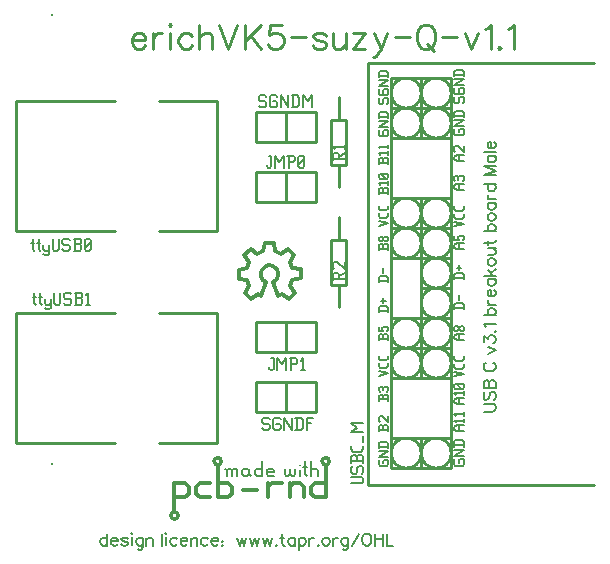
<source format=gto>
G04 start of page 2 for group 1 layer_idx 8 *
G04 Title: (unknown), top_silk *
G04 Creator: pcb-rnd 3.1.0-dev *
G04 CreationDate: 2023-01-29 01:50:48 UTC *
G04 For: tonia *
G04 Format: Gerber/RS-274X *
G04 PCB-Dimensions: 236220 236220 *
G04 PCB-Coordinate-Origin: lower left *
%MOIN*%
%FSLAX25Y25*%
%LNTOP_SILK_NONE_1*%
%ADD51C,0.0070*%
%ADD50C,0.0120*%
%ADD49C,0.0100*%
G54D49*X-79Y164291D02*X32913D01*
Y136772D02*X-79D01*
Y207598D02*Y164291D01*
Y136772D02*Y93465D01*
X32913Y207598D02*X-79D01*
Y93465D02*X32913D01*
X11811Y86614D03*
Y236221D03*
X134989Y95157D02*Y85169D01*
X145000Y85157D02*X125000D01*
X66850Y93465D02*X47677D01*
X80000Y103720D02*X100000D01*
X80000D02*Y113720D01*
X90000Y103720D02*Y113720D01*
X80000D02*X90000D01*
X100000D02*Y103720D01*
Y113720D02*X80000D01*
X125000Y115146D02*X145000D01*
X125000Y95169D02*X145000D01*
X66850Y164291D02*X47677D01*
Y207598D02*X66850D01*
X47677Y136772D02*X66850D01*
G54D50*X52731Y80215D02*X56331D01*
X52731D02*Y70615D01*
X56331Y75415D02*X52731D01*
X61131D02*X64731D01*
X57531Y79015D02*Y76615D01*
X59931Y79015D02*Y76615D01*
Y79015D02*X61131Y80215D01*
X59931Y76615D02*X61131Y75415D01*
X56331Y80215D02*X57531Y79015D01*
X56331Y75415D02*X57531Y76615D01*
X61131Y80215D02*X64731D01*
X67131Y86215D02*Y75415D01*
G54D49*X80000Y173720D02*Y183720D01*
Y193720D02*Y203720D01*
Y123720D02*Y133720D01*
X66850Y207598D02*Y164291D01*
Y136772D02*Y93465D01*
G54D50*X76159Y143497D02*X78229Y141463D01*
X77718Y145812D02*X76159Y143497D01*
X76866Y147819D02*X77718Y145812D01*
X74118Y148305D02*X76866Y147819D01*
X74093Y151208D02*X74118Y148305D01*
X76832Y151742D02*X74093Y151208D01*
X77648Y153764D02*X76832Y151742D01*
X76049Y156050D02*X77648Y153764D01*
X78084Y158121D02*X76049Y156050D01*
X67131Y75415D02*X70731D01*
X71931Y76615D02*Y79015D01*
Y76615D02*X70731Y75415D01*
Y80215D02*X67131D01*
X70731D02*X71931Y79015D01*
X80398Y156562D02*X78084Y158121D01*
X82405Y157414D02*X80398Y156562D01*
X88350Y156631D02*X86328Y157448D01*
G54D49*X90000Y133720D02*Y123720D01*
G54D50*X80516Y143062D02*X81461Y142672D01*
X78229Y141463D02*X80516Y143062D01*
X87405Y142672D02*X88468Y143131D01*
X83303Y147118D02*X81461Y142672D01*
X85563Y147118D02*X87405Y142672D01*
G54D49*X100000Y133720D02*X80000D01*
Y123720D02*X100000D01*
X90000D01*
G54D50*X82892Y160161D02*X82405Y157414D01*
X83931Y79015D02*X85131Y80215D01*
X88731D01*
X75531Y77815D02*X80331D01*
X83931Y80215D02*Y75415D01*
X91131Y80215D02*Y75415D01*
Y79015D02*X92331Y80215D01*
X94731D01*
X95931Y79015D02*Y75415D01*
Y79015D02*X94731Y80215D01*
X98331Y79015D02*Y76615D01*
Y79015D02*X99531Y80215D01*
X98331Y76615D02*X99531Y75415D01*
X85794Y160187D02*X82892Y160161D01*
X86328Y157448D02*X85794Y160187D01*
X90637Y158230D02*X88350Y156631D01*
X92707Y156195D02*X90637Y158230D01*
X91148Y153881D02*X92707Y156195D01*
X92000Y151874D02*X91148Y153881D01*
X94748Y151388D02*X92000Y151874D01*
X94773Y148485D02*X94748Y151388D01*
X92035Y147951D02*X94773Y148485D01*
X91218Y145929D02*X92035Y147951D01*
X92817Y143643D02*X91218Y145929D01*
X90782Y141572D02*X92817Y143643D01*
X88468Y143131D02*X90782Y141572D01*
G54D49*X100000Y183720D02*X80000D01*
X100000D02*Y173720D01*
X90000Y183720D02*Y173720D01*
X100000D02*X90000D01*
X80000D02*X100000D01*
X80000Y193720D02*X100000D01*
Y203720D02*X80000D01*
X90000Y193720D02*Y203720D01*
X80000D02*X90000D01*
X125000Y175169D02*X145000D01*
X125000Y195146D02*X145000D01*
X125000Y205169D02*X145000D01*
X125000Y215157D02*X145000D01*
Y155169D02*X125000D01*
X145000Y165169D02*X125000D01*
X110000Y161220D02*X105000D01*
X135011Y175157D02*Y115180D01*
X145000Y135169D02*X125000D01*
X145000Y145169D02*X135000D01*
X117402Y220079D02*X192520D01*
X145000Y125169D02*X125000D01*
X117402Y79528D02*X192520D01*
X117402D02*Y220079D01*
X125000Y215157D02*Y85157D01*
X145000D02*Y215157D01*
X110000Y201220D02*Y186220D01*
X100000Y203720D02*Y193720D01*
X105000Y186220D02*Y201220D01*
X100000Y133720D02*Y123720D01*
G54D50*X99531Y75415D02*X103131D01*
Y86215D01*
Y80215D02*X99531D01*
G54D49*X107500Y178720D02*Y186220D01*
X105000D02*X110000D01*
X107500Y168720D02*Y161220D01*
Y146220D02*Y138720D01*
X110000Y161220D02*Y146220D01*
X105000D02*Y161220D01*
Y146220D02*X110000D01*
X107500Y201220D02*Y208720D01*
X110000Y201220D02*X105000D01*
X135011Y215157D02*Y195157D01*
X125000Y90157D02*G75*G03X135000Y90157I5000J0D01*G01*
G75*G03X125000Y90157I-5000J0D01*G01*
X135000D02*G75*G03X145000Y90157I5000J0D01*G01*
G75*G03X135000Y90157I-5000J0D01*G01*
X125000Y120157D02*G75*G03X135000Y120157I5000J0D01*G01*
G75*G03X125000Y120157I-5000J0D01*G01*
X135000D02*G75*G03X145000Y120157I5000J0D01*G01*
G75*G03X135000Y120157I-5000J0D01*G01*
Y130157D02*G75*G03X145000Y130157I5000J0D01*G01*
G75*G03X135000Y130157I-5000J0D01*G01*
X125000D02*G75*G03X135000Y130157I5000J0D01*G01*
G75*G03X125000Y130157I-5000J0D01*G01*
X135000Y140157D02*G75*G03X145000Y140157I5000J0D01*G01*
G75*G03X135000Y140157I-5000J0D01*G01*
Y150157D02*G75*G03X145000Y150157I5000J0D01*G01*
G75*G03X135000Y150157I-5000J0D01*G01*
G54D50*X83303Y147118D02*G75*G02X85563Y152574I1130J2728D01*G01*
X85563Y152574D02*G75*G02X85563Y147118I-1130J-2728D01*G01*
G54D49*X135000Y170157D02*G75*G03X145000Y170157I5000J0D01*G01*
G75*G03X135000Y170157I-5000J0D01*G01*
X125000D02*G75*G03X135000Y170157I5000J0D01*G01*
G75*G03X125000Y170157I-5000J0D01*G01*
Y200157D02*G75*G03X135000Y200157I5000J0D01*G01*
G75*G03X125000Y200157I-5000J0D01*G01*
X135000D02*G75*G03X145000Y200157I5000J0D01*G01*
G75*G03X135000Y200157I-5000J0D01*G01*
X125000Y160157D02*G75*G03X135000Y160157I5000J0D01*G01*
G75*G03X125000Y160157I-5000J0D01*G01*
X135000D02*G75*G03X145000Y160157I5000J0D01*G01*
G75*G03X135000Y160157I-5000J0D01*G01*
X125000Y210157D02*G75*G03X135000Y210157I5000J0D01*G01*
G75*G03X125000Y210157I-5000J0D01*G01*
X135000D02*G75*G03X145000Y210157I5000J0D01*G01*
G75*G03X135000Y210157I-5000J0D01*G01*
G54D50*X51531Y69415D02*G75*G03X53931Y69415I1200J0D01*G01*
G75*G03X51531Y69415I-1200J0D01*G01*
X65931Y87415D02*G75*G03X68331Y87415I1200J0D01*G01*
G75*G03X65931Y87415I-1200J0D01*G01*
X101931D02*G75*G03X104331Y87415I1200J0D01*G01*
G75*G03X101931Y87415I-1200J0D01*G01*
G54D51*X120761Y208096D02*X121161Y208496D01*
X120761Y206896D02*Y208096D01*
X121161Y206496D02*X120761Y206896D01*
X121161Y206496D02*X121961D01*
X122361Y206896D01*
Y208096D01*
X122761Y208496D01*
X123561D01*
X123961Y208096D02*X123561Y208496D01*
X123961Y206896D02*Y208096D01*
X123561Y206496D02*X123961Y206896D01*
X120761Y211056D02*X121161Y211456D01*
X120761Y209856D02*Y211056D01*
X121161Y209456D02*X120761Y209856D01*
X121161Y209456D02*X123561D01*
X123961Y209856D01*
Y211056D01*
X123561Y211456D01*
X122761D02*X123561D01*
X122361Y211056D02*X122761Y211456D01*
X122361Y210256D02*Y211056D01*
X120761Y212416D02*X123961D01*
X120761D02*X123961Y214416D01*
X120761D02*X123961D01*
X120761Y215776D02*X123961D01*
X120761Y216816D02*X121321Y217376D01*
X123401D01*
X123961Y216816D02*X123401Y217376D01*
X123961Y215376D02*Y216816D01*
X120761Y215376D02*Y216816D01*
X145957Y208490D02*X146357Y208890D01*
X145957Y207290D02*Y208490D01*
X146357Y206890D02*X145957Y207290D01*
X146357Y206890D02*X147157D01*
X147557Y207290D01*
Y208490D01*
X147957Y208890D01*
X148757D01*
X149157Y208490D02*X148757Y208890D01*
X149157Y207290D02*Y208490D01*
X148757Y206890D02*X149157Y207290D01*
X145957Y211450D02*X146357Y211850D01*
X145957Y210250D02*Y211450D01*
X146357Y209850D02*X145957Y210250D01*
X146357Y209850D02*X148757D01*
X149157Y210250D01*
Y211450D01*
X148757Y211850D01*
X147957D02*X148757D01*
X147557Y211450D02*X147957Y211850D01*
X147557Y210650D02*Y211450D01*
X145957Y212810D02*X149157D01*
X145957D02*X149157Y214810D01*
X145957D02*X149157D01*
X145957Y216170D02*X149157D01*
X145957Y217210D02*X146517Y217770D01*
X148597D01*
X149157Y217210D02*X148597Y217770D01*
X149157Y215770D02*Y217210D01*
X145957Y215770D02*Y217210D01*
G54D49*X38500Y228021D02*X43068D01*
Y228781D01*
X42688Y229543D01*
X42308Y229925D01*
X41546Y230303D01*
X40404D01*
X39640Y229925D01*
X38878Y229163D01*
X38500Y228021D01*
Y227257D01*
X38878Y226115D01*
X39640Y225353D01*
X40404Y224971D01*
X41546D01*
X42308Y225353D01*
X43068Y226115D01*
X45468Y230303D02*Y224971D01*
Y228017D02*X45848Y229163D01*
X46612Y229923D01*
X47372Y230303D01*
X48516D01*
X51296Y230321D02*Y224989D01*
X50916Y232989D02*X51296Y232607D01*
X51678Y232989D01*
X51296Y233369D01*
X50916Y232989D01*
X58650Y229163D02*X57886Y229925D01*
X57126Y230303D01*
X55982D01*
X55222Y229925D01*
X54458Y229163D01*
X54078Y228021D01*
Y227257D01*
X54458Y226115D01*
X55222Y225353D01*
X55982Y224971D01*
X57126D01*
X57886Y225353D01*
X58650Y226115D01*
X61050Y232969D02*Y224969D01*
Y228779D02*X62190Y229923D01*
X62954Y230303D01*
X64096D01*
X64858Y229923D01*
X65240Y228779D01*
Y224969D01*
X67640Y232969D02*X70686Y224969D01*
X73736Y232969D02*X70686Y224969D01*
X76136Y232969D02*Y224969D01*
X81468Y232969D02*X76136Y227635D01*
X78040Y229539D02*X81468Y224969D01*
X88440Y232969D02*X84630D01*
X84248Y229543D01*
X84630Y229921D01*
X85772Y230303D01*
X86916D01*
X88058Y229921D01*
X88820Y229161D01*
X89202Y228017D01*
Y227257D01*
X88820Y226113D01*
X88058Y225351D01*
X86916Y224969D01*
X85772D01*
X84630Y225351D01*
X84248Y225733D01*
X83868Y226493D01*
X91602Y228969D02*X96602D01*
X103190Y229163D02*X102810Y229923D01*
X101666Y230303D01*
X100524D01*
X99380Y229923D01*
X99002Y229163D01*
X99380Y228399D01*
X100142Y228017D01*
X102048Y227637D01*
X102810Y227257D01*
X103190Y226495D01*
Y226113D01*
X102810Y225353D01*
X101666Y224971D01*
X100524D01*
X99380Y225353D01*
X99002Y226113D01*
X105590Y230303D02*Y226495D01*
X105970Y225353D01*
X106734Y224971D01*
X107876D01*
X108638Y225353D01*
X109780Y226495D01*
Y230303D02*Y224971D01*
X116370Y230303D02*X112180Y224971D01*
Y230303D02*X116370D01*
X112180Y224971D02*X116370D01*
X119150Y230303D02*X121436Y224971D01*
X123722Y230303D02*X121436Y224971D01*
X120674Y223449D01*
X119914Y222685D01*
X119150Y222303D01*
X118770D01*
X126122Y228969D02*X131122D01*
X135806Y232969D02*X135046Y232587D01*
X134282Y231825D01*
X133902Y231065D01*
X133522Y229921D01*
Y228017D01*
X133902Y226873D01*
X134282Y226111D01*
X135046Y225351D01*
X135806Y224969D01*
X137332D01*
X138092Y225351D01*
X138854Y226111D01*
X139236Y226873D01*
X139616Y228017D01*
Y229921D01*
X139236Y231065D01*
X138854Y231825D01*
X138092Y232587D01*
X137332Y232969D01*
X135806D01*
X136950Y226493D02*X139236Y224207D01*
X142016Y228969D02*X147016D01*
X149416Y230303D02*X151700Y224971D01*
X153984Y230303D02*X151700Y224971D01*
X156384Y231447D02*X157144Y231827D01*
X158288Y232969D01*
Y224969D01*
X161068Y225569D02*X160688Y225187D01*
X161068Y224809D01*
X161448Y225187D01*
X161068Y225569D01*
X163848Y231447D02*X164608Y231827D01*
X165752Y232969D01*
Y224969D01*
G54D51*X82810Y209376D02*X83310Y208876D01*
X81310Y209376D02*X82810D01*
X80810Y208876D02*X81310Y209376D01*
X80810Y208876D02*Y207876D01*
X81310Y207376D01*
X82810D01*
X83310Y206876D01*
Y205876D01*
X82810Y205376D02*X83310Y205876D01*
X81310Y205376D02*X82810D01*
X80810Y205876D02*X81310Y205376D01*
X86510Y209376D02*X87010Y208876D01*
X85010Y209376D02*X86510D01*
X84510Y208876D02*X85010Y209376D01*
X84510Y208876D02*Y205876D01*
X85010Y205376D01*
X86510D01*
X87010Y205876D01*
Y206876D02*Y205876D01*
X86510Y207376D02*X87010Y206876D01*
X85510Y207376D02*X86510D01*
X88210Y209376D02*Y205376D01*
Y209376D02*X90710Y205376D01*
Y209376D02*Y205376D01*
X92410Y209376D02*Y205376D01*
X93710Y209376D02*X94410Y208676D01*
Y206076D01*
X93710Y205376D02*X94410Y206076D01*
X91910Y205376D02*X93710D01*
X91910Y209376D02*X93710D01*
X95610D02*Y205376D01*
Y209376D02*X97110Y207376D01*
X98610Y209376D01*
Y205376D01*
X105516Y187720D02*Y189720D01*
X106016Y190220D01*
X107016D01*
X107516Y189720D02*X107016Y190220D01*
X107516Y188220D02*Y189720D01*
X105516Y188220D02*X109516D01*
X107516Y189020D02*X109516Y190220D01*
X106316Y191420D02*X105516Y192220D01*
X109516D01*
Y191420D02*Y192920D01*
X84161Y189362D02*X84961D01*
Y185862D01*
X84461Y185362D02*X84961Y185862D01*
X83961Y185362D02*X84461D01*
X83461Y185862D02*X83961Y185362D01*
X83461Y185862D02*Y186362D01*
X86161Y189362D02*Y185362D01*
Y189362D02*X87661Y187362D01*
X89161Y189362D01*
Y185362D01*
X90861Y189362D02*Y185362D01*
X90361Y189362D02*X92361D01*
X92861Y188862D01*
Y187862D01*
X92361Y187362D02*X92861Y187862D01*
X90861Y187362D02*X92361D01*
X94061Y185862D02*X94561Y185362D01*
X94061Y188862D02*Y185862D01*
Y188862D02*X94561Y189362D01*
X95561D01*
X96061Y188862D01*
Y185862D01*
X95561Y185362D02*X96061Y185862D01*
X94561Y185362D02*X95561D01*
X94061Y186362D02*X96061Y188362D01*
X120761Y165945D02*X123961Y166745D01*
X120761Y167545D01*
X123961Y169065D02*Y170105D01*
X123401Y168505D02*X123961Y169065D01*
X121321Y168505D02*X123401D01*
X121321D02*X120761Y169065D01*
Y170105D01*
X123961Y171625D02*Y172665D01*
X123401Y171065D02*X123961Y171625D01*
X121321Y171065D02*X123401D01*
X121321D02*X120761Y171625D01*
Y172665D01*
X123961Y176559D02*Y178159D01*
X123561Y178559D01*
X122601D02*X123561D01*
X122201Y178159D02*X122601Y178559D01*
X122201Y176959D02*Y178159D01*
X120761Y176959D02*X123961D01*
X120761Y176559D02*Y178159D01*
X121161Y178559D01*
X121801D01*
X122201Y178159D02*X121801Y178559D01*
X121401Y179519D02*X120761Y180159D01*
X123961D01*
Y179519D02*Y180719D01*
X123561Y181679D02*X123961Y182079D01*
X121161Y181679D02*X123561D01*
X121161D02*X120761Y182079D01*
Y182879D01*
X121161Y183279D01*
X123561D01*
X123961Y182879D02*X123561Y183279D01*
X123961Y182079D02*Y182879D01*
X123161Y181679D02*X121561Y183279D01*
X123961Y157783D02*Y159383D01*
X123561Y159783D01*
X122601D02*X123561D01*
X122201Y159383D02*X122601Y159783D01*
X122201Y158183D02*Y159383D01*
X120761Y158183D02*X123961D01*
X120761Y157783D02*Y159383D01*
X121161Y159783D01*
X121801D01*
X122201Y159383D02*X121801Y159783D01*
X123561Y160743D02*X123961Y161143D01*
X122921Y160743D02*X123561D01*
X122921D02*X122361Y161303D01*
Y161783D01*
X122921Y162343D01*
X123561D01*
X123961Y161943D02*X123561Y162343D01*
X123961Y161143D02*Y161943D01*
X121801Y160743D02*X122361Y161303D01*
X121161Y160743D02*X121801D01*
X121161D02*X120761Y161143D01*
Y161943D01*
X121161Y162343D01*
X121801D01*
X122361Y161783D02*X121801Y162343D01*
X120761Y197466D02*X121161Y197866D01*
X120761Y196266D02*Y197466D01*
X121161Y195866D02*X120761Y196266D01*
X121161Y195866D02*X123561D01*
X123961Y196266D01*
Y197466D01*
X123561Y197866D01*
X122761D02*X123561D01*
X122361Y197466D02*X122761Y197866D01*
X122361Y196666D02*Y197466D01*
X120761Y198826D02*X123961D01*
X120761D02*X123961Y200826D01*
X120761D02*X123961D01*
X120761Y202186D02*X123961D01*
X120761Y203226D02*X121321Y203786D01*
X123401D01*
X123961Y203226D02*X123401Y203786D01*
X123961Y201786D02*Y203226D01*
X120761Y201786D02*Y203226D01*
X123961Y186598D02*Y188198D01*
X123561Y188598D01*
X122601D02*X123561D01*
X122201Y188198D02*X122601Y188598D01*
X122201Y186998D02*Y188198D01*
X120761Y186998D02*X123961D01*
X120761Y186598D02*Y188198D01*
X121161Y188598D01*
X121801D01*
X122201Y188198D02*X121801Y188598D01*
X121401Y189558D02*X120761Y190198D01*
X123961D01*
Y189558D02*Y190758D01*
X121401Y191718D02*X120761Y192358D01*
X123961D01*
Y191718D02*Y192918D01*
X120761Y147644D02*X123961D01*
X120761Y148684D02*X121321Y149244D01*
X123401D01*
X123961Y148684D02*X123401Y149244D01*
X123961Y147244D02*Y148684D01*
X120761Y147244D02*Y148684D01*
X122361Y150204D02*Y151804D01*
X105476Y147760D02*Y149760D01*
X105976Y150260D01*
X106976D01*
X107476Y149760D02*X106976Y150260D01*
X107476Y148260D02*Y149760D01*
X105476Y148260D02*X109476D01*
X107476Y149060D02*X109476Y150260D01*
X105976Y151460D02*X105476Y151960D01*
Y153460D01*
X105976Y153960D01*
X106976D01*
X109476Y151460D02*X106976Y153960D01*
X109476Y151460D02*Y153960D01*
X145957Y165748D02*X149157Y166548D01*
X145957Y167348D01*
X149157Y168868D02*Y169908D01*
X148597Y168308D02*X149157Y168868D01*
X146517Y168308D02*X148597D01*
X146517D02*X145957Y168868D01*
Y169908D01*
X149157Y171428D02*Y172468D01*
X148597Y170868D02*X149157Y171428D01*
X146517Y170868D02*X148597D01*
X146517D02*X145957Y171428D01*
Y172468D01*
X146757Y187508D02*X149157D01*
X146757D02*X145957Y188068D01*
Y188948D01*
X146757Y189508D01*
X149157D01*
X147557Y187508D02*Y189508D01*
X146357Y190468D02*X145957Y190868D01*
Y192068D01*
X146357Y192468D01*
X147157D01*
X149157Y190468D02*X147157Y192468D01*
X149157Y190468D02*Y192468D01*
X146757Y177969D02*X149157D01*
X146757D02*X145957Y178529D01*
Y179409D01*
X146757Y179969D01*
X149157D01*
X147557Y177969D02*Y179969D01*
X146357Y180929D02*X145957Y181329D01*
Y182129D01*
X146357Y182529D01*
X149157Y182129D02*X148757Y182529D01*
X149157Y181329D02*Y182129D01*
X148757Y180929D02*X149157Y181329D01*
X147397D02*Y182129D01*
X146357Y182529D02*X146997D01*
X147797D02*X148757D01*
X147797D02*X147397Y182129D01*
X146997Y182529D02*X147397Y182129D01*
X145957Y197860D02*X146357Y198260D01*
X145957Y196660D02*Y197860D01*
X146357Y196260D02*X145957Y196660D01*
X146357Y196260D02*X148757D01*
X149157Y196660D01*
Y197860D01*
X148757Y198260D01*
X147957D02*X148757D01*
X147557Y197860D02*X147957Y198260D01*
X147557Y197060D02*Y197860D01*
X145957Y199220D02*X149157D01*
X145957D02*X149157Y201220D01*
X145957D02*X149157D01*
X145957Y202580D02*X149157D01*
X145957Y203620D02*X146517Y204180D01*
X148597D01*
X149157Y203620D02*X148597Y204180D01*
X149157Y202180D02*Y203620D01*
X145957Y202180D02*Y203620D01*
Y138589D02*X149157D01*
X145957Y139629D02*X146517Y140189D01*
X148597D01*
X149157Y139629D02*X148597Y140189D01*
X149157Y138189D02*Y139629D01*
X145957Y138189D02*Y139629D01*
X147557Y141149D02*Y142749D01*
X145957Y148628D02*X149157D01*
X145957Y149668D02*X146517Y150228D01*
X148597D01*
X149157Y149668D02*X148597Y150228D01*
X149157Y148228D02*Y149668D01*
X145957Y148228D02*Y149668D01*
X147557Y151188D02*Y152788D01*
X146757Y151988D02*X148357D01*
X146757Y158087D02*X149157D01*
X146757D02*X145957Y158647D01*
Y159527D01*
X146757Y160087D01*
X149157D01*
X147557Y158087D02*Y160087D01*
X145957Y161047D02*Y162647D01*
Y161047D02*X147557D01*
X147157Y161447D01*
Y162247D01*
X147557Y162647D01*
X148757D01*
X149157Y162247D02*X148757Y162647D01*
X149157Y161447D02*Y162247D01*
X148757Y161047D02*X149157Y161447D01*
X5939Y143618D02*Y140118D01*
X6439Y139618D01*
X5439Y142118D02*X6439D01*
X7939Y143618D02*Y140118D01*
X8439Y139618D01*
X7439Y142118D02*X8439D01*
X9439Y141618D02*Y140118D01*
X9939Y139618D01*
X11439Y141618D02*Y138618D01*
X10939Y138118D02*X11439Y138618D01*
X9939Y138118D02*X10939D01*
X9439Y138618D02*X9939Y138118D01*
Y139618D02*X10939D01*
X11439Y140118D01*
X12639Y143618D02*Y140118D01*
X13139Y139618D01*
X14139D01*
X14639Y140118D01*
Y143618D02*Y140118D01*
X17839Y143618D02*X18339Y143118D01*
X16339Y143618D02*X17839D01*
X15839Y143118D02*X16339Y143618D01*
X15839Y143118D02*Y142118D01*
X16339Y141618D01*
X17839D01*
X18339Y141118D01*
Y140118D01*
X17839Y139618D02*X18339Y140118D01*
X16339Y139618D02*X17839D01*
X15839Y140118D02*X16339Y139618D01*
X19539D02*X21539D01*
X22039Y140118D01*
Y141318D02*Y140118D01*
X21539Y141818D02*X22039Y141318D01*
X20039Y141818D02*X21539D01*
X20039Y143618D02*Y139618D01*
X19539Y143618D02*X21539D01*
X22039Y143118D01*
Y142318D01*
X21539Y141818D02*X22039Y142318D01*
X23239Y142818D02*X24039Y143618D01*
Y139618D01*
X23239D02*X24739D01*
X5500Y161618D02*Y158118D01*
X6000Y157618D01*
X5000Y160118D02*X6000D01*
X7500Y161618D02*Y158118D01*
X8000Y157618D01*
X7000Y160118D02*X8000D01*
X9000Y159618D02*Y158118D01*
X9500Y157618D01*
X11000Y159618D02*Y156618D01*
X10500Y156118D02*X11000Y156618D01*
X9500Y156118D02*X10500D01*
X9000Y156618D02*X9500Y156118D01*
Y157618D02*X10500D01*
X11000Y158118D01*
X12200Y161618D02*Y158118D01*
X12700Y157618D01*
X13700D01*
X14200Y158118D01*
Y161618D02*Y158118D01*
X17400Y161618D02*X17900Y161118D01*
X15900Y161618D02*X17400D01*
X15400Y161118D02*X15900Y161618D01*
X15400Y161118D02*Y160118D01*
X15900Y159618D01*
X17400D01*
X17900Y159118D01*
Y158118D01*
X17400Y157618D02*X17900Y158118D01*
X15900Y157618D02*X17400D01*
X15400Y158118D02*X15900Y157618D01*
X19100D02*X21100D01*
X21600Y158118D01*
Y159318D02*Y158118D01*
X21100Y159818D02*X21600Y159318D01*
X19600Y159818D02*X21100D01*
X19600Y161618D02*Y157618D01*
X19100Y161618D02*X21100D01*
X21600Y161118D01*
Y160318D01*
X21100Y159818D02*X21600Y160318D01*
X22800Y158118D02*X23300Y157618D01*
X22800Y161118D02*Y158118D01*
Y161118D02*X23300Y161618D01*
X24300D01*
X24800Y161118D01*
Y158118D01*
X24300Y157618D02*X24800Y158118D01*
X23300Y157618D02*X24300D01*
X22800Y158618D02*X24800Y160618D01*
X123961Y127756D02*Y129356D01*
X123561Y129756D01*
X122601D02*X123561D01*
X122201Y129356D02*X122601Y129756D01*
X122201Y128156D02*Y129356D01*
X120761Y128156D02*X123961D01*
X120761Y127756D02*Y129356D01*
X121161Y129756D01*
X121801D01*
X122201Y129356D02*X121801Y129756D01*
X120761Y130716D02*Y132316D01*
Y130716D02*X122361D01*
X121961Y131116D01*
Y131916D01*
X122361Y132316D01*
X123561D01*
X123961Y131916D02*X123561Y132316D01*
X123961Y131116D02*Y131916D01*
X123561Y130716D02*X123961Y131116D01*
X120761Y115945D02*X123961Y116745D01*
X120761Y117545D01*
X123961Y119065D02*Y120105D01*
X123401Y118505D02*X123961Y119065D01*
X121321Y118505D02*X123401D01*
X121321D02*X120761Y119065D01*
Y120105D01*
X123961Y121625D02*Y122665D01*
X123401Y121065D02*X123961Y121625D01*
X121321Y121065D02*X123401D01*
X121321D02*X120761Y121625D01*
Y122665D01*
Y137605D02*X123961D01*
X120761Y138645D02*X121321Y139205D01*
X123401D01*
X123961Y138645D02*X123401Y139205D01*
X123961Y137205D02*Y138645D01*
X120761Y137205D02*Y138645D01*
X122361Y140165D02*Y141765D01*
X121561Y140965D02*X123161D01*
X120761Y87624D02*X121161Y88024D01*
X120761Y86424D02*Y87624D01*
X121161Y86024D02*X120761Y86424D01*
X121161Y86024D02*X123561D01*
X123961Y86424D01*
Y87624D01*
X123561Y88024D01*
X122761D02*X123561D01*
X122361Y87624D02*X122761Y88024D01*
X122361Y86824D02*Y87624D01*
X120761Y88984D02*X123961D01*
X120761D02*X123961Y90984D01*
X120761D02*X123961D01*
X120761Y92344D02*X123961D01*
X120761Y93384D02*X121321Y93944D01*
X123401D01*
X123961Y93384D02*X123401Y93944D01*
X123961Y91944D02*Y93384D01*
X120761Y91944D02*Y93384D01*
X123961Y97441D02*Y99041D01*
X123561Y99441D01*
X122601D02*X123561D01*
X122201Y99041D02*X122601Y99441D01*
X122201Y97841D02*Y99041D01*
X120761Y97841D02*X123961D01*
X120761Y97441D02*Y99041D01*
X121161Y99441D01*
X121801D01*
X122201Y99041D02*X121801Y99441D01*
X121161Y100401D02*X120761Y100801D01*
Y102001D01*
X121161Y102401D01*
X121961D01*
X123961Y100401D02*X121961Y102401D01*
X123961Y100401D02*Y102401D01*
X145811Y87724D02*X146236Y88149D01*
X145811Y86449D02*Y87724D01*
X146236Y86024D02*X145811Y86449D01*
X146236Y86024D02*X148786D01*
X149211Y86449D01*
Y87724D01*
X148786Y88149D01*
X147936D02*X148786D01*
X147511Y87724D02*X147936Y88149D01*
X147511Y86874D02*Y87724D01*
X145811Y89169D02*X149211D01*
X145811D02*X149211Y91294D01*
X145811D02*X149211D01*
X145811Y92739D02*X149211D01*
X145811Y93844D02*X146406Y94439D01*
X148616D01*
X149211Y93844D02*X148616Y94439D01*
X149211Y92314D02*Y93844D01*
X145811Y92314D02*Y93844D01*
X146757Y97441D02*X149157D01*
X146757D02*X145957Y98001D01*
Y98881D01*
X146757Y99441D01*
X149157D01*
X147557Y97441D02*Y99441D01*
X146597Y100401D02*X145957Y101041D01*
X149157D01*
Y100401D02*Y101601D01*
X146597Y102561D02*X145957Y103201D01*
X149157D01*
Y102561D02*Y103761D01*
X111654Y80083D02*X115154D01*
X115654Y80583D01*
Y81583D01*
X115154Y82083D01*
X111654D02*X115154D01*
X111654Y85283D02*X112154Y85783D01*
X111654Y83783D02*Y85283D01*
X112154Y83283D02*X111654Y83783D01*
X112154Y83283D02*X113154D01*
X113654Y83783D01*
Y85283D01*
X114154Y85783D01*
X115154D01*
X115654Y85283D02*X115154Y85783D01*
X115654Y83783D02*Y85283D01*
X115154Y83283D02*X115654Y83783D01*
Y86983D02*Y88983D01*
X115154Y89483D01*
X113954D02*X115154D01*
X113454Y88983D02*X113954Y89483D01*
X113454Y87483D02*Y88983D01*
X111654Y87483D02*X115654D01*
X111654Y86983D02*Y88983D01*
X112154Y89483D01*
X112954D01*
X113454Y88983D02*X112954Y89483D01*
X115654Y91383D02*Y92683D01*
X114954Y90683D02*X115654Y91383D01*
X112354Y90683D02*X114954D01*
X112354D02*X111654Y91383D01*
Y92683D01*
X115654Y93883D02*Y95883D01*
X111654Y97083D02*X115654D01*
X111654D02*X113654Y98583D01*
X111654Y100083D01*
X115654D01*
X145957Y115748D02*X149157Y116548D01*
X145957Y117348D01*
X149157Y118868D02*Y119908D01*
X148597Y118308D02*X149157Y118868D01*
X146517Y118308D02*X148597D01*
X146517D02*X145957Y118868D01*
Y119908D01*
X149157Y121428D02*Y122468D01*
X148597Y120868D02*X149157Y121428D01*
X146517Y120868D02*X148597D01*
X146517D02*X145957Y121428D01*
Y122468D01*
X146757Y127862D02*X149157D01*
X146757D02*X145957Y128422D01*
Y129302D01*
X146757Y129862D01*
X149157D01*
X147557Y127862D02*Y129862D01*
X148757Y130822D02*X149157Y131222D01*
X148117Y130822D02*X148757D01*
X148117D02*X147557Y131382D01*
Y131862D01*
X148117Y132422D01*
X148757D01*
X149157Y132022D02*X148757Y132422D01*
X149157Y131222D02*Y132022D01*
X146997Y130822D02*X147557Y131382D01*
X146357Y130822D02*X146997D01*
X146357D02*X145957Y131222D01*
Y132022D01*
X146357Y132422D01*
X146997D01*
X147557Y131862D02*X146997Y132422D01*
X123961Y107693D02*Y109293D01*
X123561Y109693D01*
X122601D02*X123561D01*
X122201Y109293D02*X122601Y109693D01*
X122201Y108093D02*Y109293D01*
X120761Y108093D02*X123961D01*
X120761Y107693D02*Y109293D01*
X121161Y109693D01*
X121801D01*
X122201Y109293D02*X121801Y109693D01*
X121161Y110653D02*X120761Y111053D01*
Y111853D01*
X121161Y112253D01*
X123961Y111853D02*X123561Y112253D01*
X123961Y111053D02*Y111853D01*
X123561Y110653D02*X123961Y111053D01*
X122201D02*Y111853D01*
X121161Y112253D02*X121801D01*
X122601D02*X123561D01*
X122601D02*X122201Y111853D01*
X121801Y112253D02*X122201Y111853D01*
X84987Y121803D02*X85787D01*
Y118303D01*
X85287Y117803D02*X85787Y118303D01*
X84787Y117803D02*X85287D01*
X84287Y118303D02*X84787Y117803D01*
X84287Y118303D02*Y118803D01*
X86987Y121803D02*Y117803D01*
Y121803D02*X88487Y119803D01*
X89987Y121803D01*
Y117803D01*
X91687Y121803D02*Y117803D01*
X91187Y121803D02*X93187D01*
X93687Y121303D01*
Y120303D01*
X93187Y119803D02*X93687Y120303D01*
X91687Y119803D02*X93187D01*
X94887Y121003D02*X95687Y121803D01*
Y117803D01*
X94887D02*X96387D01*
X83949Y101953D02*X84449Y101453D01*
X82449Y101953D02*X83949D01*
X81949Y101453D02*X82449Y101953D01*
X81949Y101453D02*Y100453D01*
X82449Y99953D01*
X83949D01*
X84449Y99453D01*
Y98453D01*
X83949Y97953D02*X84449Y98453D01*
X82449Y97953D02*X83949D01*
X81949Y98453D02*X82449Y97953D01*
X87649Y101953D02*X88149Y101453D01*
X86149Y101953D02*X87649D01*
X85649Y101453D02*X86149Y101953D01*
X85649Y101453D02*Y98453D01*
X86149Y97953D01*
X87649D01*
X88149Y98453D01*
Y99453D02*Y98453D01*
X87649Y99953D02*X88149Y99453D01*
X86649Y99953D02*X87649D01*
X89349Y101953D02*Y97953D01*
Y101953D02*X91849Y97953D01*
Y101953D02*Y97953D01*
X93549Y101953D02*Y97953D01*
X94849Y101953D02*X95549Y101253D01*
Y98653D01*
X94849Y97953D02*X95549Y98653D01*
X93049Y97953D02*X94849D01*
X93049Y101953D02*X94849D01*
X96749D02*Y97953D01*
Y101953D02*X98749D01*
X96749Y100153D02*X98249D01*
X70131Y84415D02*Y82615D01*
Y84415D02*X70731Y85015D01*
X71331D01*
X71931Y84415D01*
Y82615D01*
Y84415D02*X72531Y85015D01*
X73131D01*
X73731Y84415D01*
Y82615D01*
X69531Y85015D02*X70131Y84415D01*
X76972Y85015D02*X77572Y84415D01*
X75772Y85015D02*X76972D01*
X75172Y84415D02*X75772Y85015D01*
X75172Y84415D02*Y83215D01*
X75772Y82615D01*
X77572Y85015D02*Y83215D01*
X78172Y82615D01*
X75772D02*X76972D01*
X77572Y83215D01*
X82012Y87415D02*Y82615D01*
X81412D02*X82012Y83215D01*
X80212Y82615D02*X81412D01*
X79612Y83215D02*X80212Y82615D01*
X79612Y84415D02*Y83215D01*
Y84415D02*X80212Y85015D01*
X81412D01*
X82012Y84415D01*
X84052Y82615D02*X85852D01*
X83452Y83215D02*X84052Y82615D01*
X83452Y84415D02*Y83215D01*
Y84415D02*X84052Y85015D01*
X85252D01*
X85852Y84415D01*
X83452Y83815D02*X85852D01*
Y84415D01*
X89452Y85015D02*Y83215D01*
X90052Y82615D01*
X90652D01*
X91252Y83215D01*
Y85015D02*Y83215D01*
X91852Y82615D01*
X92452D01*
X93052Y83215D01*
Y85015D02*Y83215D01*
X94492Y86215D02*Y86095D01*
Y84415D02*Y82615D01*
X96292Y87415D02*Y83215D01*
X96892Y82615D01*
X95692Y85615D02*X96892D01*
X98092Y87415D02*Y82615D01*
Y84415D02*X98692Y85015D01*
X99892D01*
X100492Y84415D01*
Y82615D01*
X30351Y63370D02*Y59370D01*
Y61466D02*X29971Y61847D01*
X29590Y62037D01*
X29019D01*
X28637Y61847D01*
X28256Y61466D01*
X28067Y60895D01*
Y60514D01*
X28256Y59943D01*
X28637Y59561D01*
X29019Y59370D01*
X29590D01*
X29971Y59561D01*
X30351Y59943D01*
X31551Y60896D02*X33835D01*
Y61276D01*
X33645Y61657D01*
X33455Y61848D01*
X33074Y62037D01*
X32503D01*
X32121Y61848D01*
X31740Y61467D01*
X31551Y60896D01*
Y60514D01*
X31740Y59943D01*
X32121Y59562D01*
X32503Y59371D01*
X33074D01*
X33455Y59562D01*
X33835Y59943D01*
X37129Y61467D02*X36939Y61847D01*
X36367Y62037D01*
X35796D01*
X35224Y61847D01*
X35035Y61467D01*
X35224Y61085D01*
X35605Y60894D01*
X36558Y60704D01*
X36939Y60514D01*
X37129Y60133D01*
Y59942D01*
X36939Y59562D01*
X36367Y59371D01*
X35796D01*
X35224Y59562D01*
X35035Y59942D01*
X38519Y62046D02*Y59380D01*
X38329Y63380D02*X38519Y63189D01*
X38710Y63380D01*
X38519Y63570D01*
X38329Y63380D01*
X42196Y62037D02*Y58991D01*
X42005Y58419D01*
X41814Y58228D01*
X41434Y58039D01*
X40862D01*
X40482Y58228D01*
X42196Y61467D02*X41814Y61848D01*
X41434Y62037D01*
X40862D01*
X40482Y61848D01*
X40100Y61467D01*
X39910Y60896D01*
Y60514D01*
X40100Y59943D01*
X40482Y59562D01*
X40862Y59371D01*
X41434D01*
X41814Y59562D01*
X42196Y59943D01*
X43396Y62037D02*Y59371D01*
Y61276D02*X43968Y61848D01*
X44348Y62037D01*
X44920D01*
X45300Y61848D01*
X45491Y61276D01*
Y59371D01*
X48491Y63370D02*Y59370D01*
X49881Y62046D02*Y59380D01*
X49691Y63380D02*X49881Y63189D01*
X50072Y63380D01*
X49881Y63570D01*
X49691Y63380D01*
X53558Y61467D02*X53176Y61848D01*
X52796Y62037D01*
X52224D01*
X51844Y61848D01*
X51462Y61467D01*
X51272Y60896D01*
Y60514D01*
X51462Y59943D01*
X51844Y59562D01*
X52224Y59371D01*
X52796D01*
X53176Y59562D01*
X53558Y59943D01*
X54758Y60896D02*X57042D01*
Y61276D01*
X56852Y61657D01*
X56662Y61848D01*
X56281Y62037D01*
X55710D01*
X55328Y61848D01*
X54947Y61467D01*
X54758Y60896D01*
Y60514D01*
X54947Y59943D01*
X55328Y59562D01*
X55710Y59371D01*
X56281D01*
X56662Y59562D01*
X57042Y59943D01*
X58242Y62037D02*Y59371D01*
Y61276D02*X58814Y61848D01*
X59194Y62037D01*
X59766D01*
X60146Y61848D01*
X60337Y61276D01*
Y59371D01*
X63823Y61467D02*X63441Y61848D01*
X63061Y62037D01*
X62489D01*
X62109Y61848D01*
X61727Y61467D01*
X61537Y60896D01*
Y60514D01*
X61727Y59943D01*
X62109Y59562D01*
X62489Y59371D01*
X63061D01*
X63441Y59562D01*
X63823Y59943D01*
X65023Y60896D02*X67307D01*
Y61276D01*
X67117Y61657D01*
X66927Y61848D01*
X66546Y62037D01*
X65975D01*
X65593Y61848D01*
X65212Y61467D01*
X65023Y60896D01*
Y60514D01*
X65212Y59943D01*
X65593Y59562D01*
X65975Y59371D01*
X66546D01*
X66927Y59562D01*
X67307Y59943D01*
X68697Y60970D02*X68507Y60779D01*
X68697Y60589D01*
X68887Y60779D01*
X68697Y60970D01*
Y59636D02*X68507Y59445D01*
X68697Y59256D01*
X68887Y59445D01*
X68697Y59636D01*
X73687Y62037D02*X74448Y59371D01*
X75210Y62037D02*X74448Y59371D01*
X75210Y62037D02*X75973Y59371D01*
X76734Y62037D02*X75973Y59371D01*
X77934Y62037D02*X78695Y59371D01*
X79457Y62037D02*X78695Y59371D01*
X79457Y62037D02*X80220Y59371D01*
X80981Y62037D02*X80220Y59371D01*
X82181Y62037D02*X82942Y59371D01*
X83704Y62037D02*X82942Y59371D01*
X83704Y62037D02*X84467Y59371D01*
X85228Y62037D02*X84467Y59371D01*
X86618Y59670D02*X86428Y59479D01*
X86618Y59290D01*
X86808Y59479D01*
X86618Y59670D01*
X88580Y63370D02*Y60132D01*
X88769Y59561D01*
X89151Y59370D01*
X89532D01*
X88008Y62037D02*X89341D01*
X93018D02*Y59371D01*
Y61467D02*X92636Y61848D01*
X92256Y62037D01*
X91684D01*
X91304Y61848D01*
X90922Y61467D01*
X90732Y60896D01*
Y60514D01*
X90922Y59943D01*
X91304Y59562D01*
X91684Y59371D01*
X92256D01*
X92636Y59562D01*
X93018Y59943D01*
X94218Y62037D02*Y58037D01*
Y61467D02*X94599Y61847D01*
X94979Y62037D01*
X95551D01*
X95932Y61847D01*
X96313Y61467D01*
X96504Y60894D01*
Y60514D01*
X96313Y59942D01*
X95932Y59562D01*
X95551Y59371D01*
X94979D01*
X94599Y59562D01*
X94218Y59942D01*
X97704Y62037D02*Y59371D01*
Y60894D02*X97894Y61467D01*
X98276Y61847D01*
X98656Y62037D01*
X99228D01*
X100618Y59670D02*X100428Y59479D01*
X100618Y59290D01*
X100808Y59479D01*
X100618Y59670D01*
X102960Y62037D02*X102578Y61848D01*
X102197Y61467D01*
X102008Y60896D01*
Y60514D01*
X102197Y59943D01*
X102578Y59562D01*
X102960Y59371D01*
X103531D01*
X103912Y59562D01*
X104292Y59943D01*
X104483Y60514D01*
Y60896D01*
X104292Y61467D01*
X103912Y61848D01*
X103531Y62037D01*
X102960D01*
X105683D02*Y59371D01*
Y60894D02*X105873Y61467D01*
X106255Y61847D01*
X106635Y62037D01*
X107207D01*
X110693D02*Y58991D01*
X110502Y58419D01*
X110311Y58228D01*
X109931Y58039D01*
X109359D01*
X108979Y58228D01*
X110693Y61467D02*X110311Y61848D01*
X109931Y62037D01*
X109359D01*
X108979Y61848D01*
X108597Y61467D01*
X108407Y60896D01*
Y60514D01*
X108597Y59943D01*
X108979Y59562D01*
X109359Y59371D01*
X109931D01*
X110311Y59562D01*
X110693Y59943D01*
X114144Y63370D02*X111893Y59370D01*
X116486Y63370D02*X116106Y63179D01*
X115724Y62798D01*
X115534Y62418D01*
X115344Y61846D01*
Y60894D01*
X115534Y60321D01*
Y60322D02*X115724Y59941D01*
X116106Y59561D01*
X116486Y59370D01*
X117249D01*
X117629Y59561D01*
X118010Y59941D01*
X118201Y60322D01*
X118390Y60894D01*
Y61846D01*
X118201Y62418D01*
X118010Y62798D01*
X117629Y63179D01*
X117249Y63370D01*
X116486D01*
X119590D02*Y59370D01*
X122257D02*Y63370D01*
X119590Y61465D02*X122257D01*
X123457Y63370D02*Y59370D01*
X125742D01*
X146757Y106587D02*X149157D01*
X146757D02*X145957Y107147D01*
Y108027D01*
X146757Y108587D01*
X149157D01*
X147557Y106587D02*Y108587D01*
X146597Y109547D02*X145957Y110187D01*
X149157D01*
Y109547D02*Y110747D01*
X148757Y111707D02*X149157Y112107D01*
X146357Y111707D02*X148757D01*
X146357D02*X145957Y112107D01*
Y112907D01*
X146357Y113307D01*
X148757D01*
X149157Y112907D02*X148757Y113307D01*
X149157Y112107D02*Y112907D01*
X148357Y111707D02*X146757Y113307D01*
X155756Y104039D02*X158613D01*
X159185Y104230D01*
X159565Y104610D01*
X159756Y105182D01*
Y105562D01*
X159565Y106134D01*
X159185Y106515D01*
X158613Y106705D01*
X155756D01*
X156328Y110571D02*X155947Y110190D01*
X155756Y109619D01*
Y108857D01*
X155947Y108285D01*
X156328Y107905D01*
X156708D01*
X157090Y108094D01*
X157280Y108285D01*
X157470Y108667D01*
X157851Y109810D01*
X158042Y110190D01*
X158232Y110380D01*
X158613Y110571D01*
X159185D01*
X159565Y110190D01*
X159756Y109619D01*
Y108857D01*
X159565Y108285D01*
X159185Y107905D01*
X155756Y111771D02*X159756D01*
X155756D02*Y113485D01*
X155947Y114056D01*
X156137Y114247D01*
X156519Y114437D01*
X156899D01*
X157280Y114247D01*
X157471Y114056D01*
X157661Y113485D01*
Y111771D02*Y113485D01*
X157851Y114056D01*
X158042Y114247D01*
X158423Y114437D01*
X158994D01*
X159376Y114247D01*
X159565Y114056D01*
X159756Y113485D01*
Y111771D01*
X156708Y120294D02*X156328Y120103D01*
X155947Y119722D01*
X155756Y119342D01*
Y118579D01*
X155947Y118199D01*
X156328Y117817D01*
X156708Y117627D01*
X157280Y117437D01*
X158233D01*
X158804Y117627D01*
X159185Y117817D01*
X159565Y118199D01*
X159756Y118579D01*
Y119342D01*
X159565Y119722D01*
X159185Y120103D01*
X158804Y120294D01*
X157089Y123294D02*X159755Y124436D01*
X157089Y125578D02*X159755Y124436D01*
X155756Y127158D02*Y129253D01*
X157280Y128110D01*
Y128682D01*
X157469Y129062D01*
X157660Y129253D01*
X158232Y129444D01*
X158612D01*
X159184Y129253D01*
X159565Y128873D01*
X159756Y128301D01*
Y127730D01*
X159565Y127158D01*
X159374Y126968D01*
X158994Y126778D01*
X159456Y130834D02*X159647Y130644D01*
X159836Y130834D01*
X159647Y131024D01*
X159456Y130834D01*
X156517Y132224D02*X156327Y132604D01*
X155756Y133176D01*
X159756D01*
X155756Y136176D02*X159756D01*
X157660D02*X157279Y136557D01*
X157089Y136937D01*
Y137509D01*
X157279Y137889D01*
X157660Y138271D01*
X158231Y138462D01*
X158612D01*
X159183Y138271D01*
X159565Y137889D01*
X159756Y137509D01*
Y136937D01*
X159565Y136557D01*
X159183Y136176D01*
X157089Y139662D02*X159755D01*
X158232D02*X157659Y139852D01*
X157279Y140234D01*
X157089Y140614D01*
Y141186D01*
X158230Y142386D02*Y144670D01*
X157850D01*
X157469Y144480D01*
X157278Y144290D01*
X157089Y143909D01*
Y143338D01*
X157278Y142956D01*
X157659Y142575D01*
X158230Y142386D01*
X158612D01*
X159183Y142575D01*
X159564Y142956D01*
X159755Y143338D01*
Y143909D01*
X159564Y144290D01*
X159183Y144670D01*
X157089Y148156D02*X159755D01*
X157659D02*X157278Y147774D01*
X157089Y147394D01*
Y146822D01*
X157278Y146442D01*
X157659Y146060D01*
X158230Y145870D01*
X158612D01*
X159183Y146060D01*
X159564Y146442D01*
X159755Y146822D01*
Y147394D01*
X159564Y147774D01*
X159183Y148156D01*
X155756Y149356D02*X159756D01*
X157089Y151260D02*X158994Y149356D01*
X158231Y150117D02*X159756Y151451D01*
X157089Y153603D02*X157278Y153221D01*
X157659Y152840D01*
X158230Y152651D01*
X158612D01*
X159183Y152840D01*
X159564Y153221D01*
X159755Y153603D01*
Y154174D01*
X159564Y154555D01*
X159183Y154935D01*
X158612Y155126D01*
X158230D01*
X157659Y154935D01*
X157278Y154555D01*
X157089Y154174D01*
Y153603D01*
Y156326D02*X158993D01*
X159564Y156516D01*
X159755Y156898D01*
Y157469D01*
X159564Y157850D01*
X158993Y158421D01*
X157089D02*X159755D01*
X155756Y160193D02*X158994D01*
X159565Y160382D01*
X159756Y160764D01*
Y161145D01*
X157089Y159621D02*Y160954D01*
X155756Y164145D02*X159756D01*
X157660D02*X157279Y164526D01*
X157089Y164906D01*
Y165478D01*
X157279Y165858D01*
X157660Y166240D01*
X158231Y166431D01*
X158612D01*
X159183Y166240D01*
X159565Y165858D01*
X159756Y165478D01*
Y164906D01*
X159565Y164526D01*
X159183Y164145D01*
X157089Y168583D02*X157278Y168201D01*
X157659Y167820D01*
X158230Y167631D01*
X158612D01*
X159183Y167820D01*
X159564Y168201D01*
X159755Y168583D01*
Y169154D01*
X159564Y169535D01*
X159183Y169915D01*
X158612Y170106D01*
X158230D01*
X157659Y169915D01*
X157278Y169535D01*
X157089Y169154D01*
Y168583D01*
Y173592D02*X159755D01*
X157659D02*X157278Y173210D01*
X157089Y172830D01*
Y172258D01*
X157278Y171878D01*
X157659Y171496D01*
X158230Y171306D01*
X158612D01*
X159183Y171496D01*
X159564Y171878D01*
X159755Y172258D01*
Y172830D01*
X159564Y173210D01*
X159183Y173592D01*
X157089Y174792D02*X159755D01*
X158232D02*X157659Y174982D01*
X157279Y175364D01*
X157089Y175744D01*
Y176316D01*
X155756Y179800D02*X159756D01*
X157660D02*X157279Y179420D01*
X157089Y179039D01*
Y178468D01*
X157279Y178086D01*
X157660Y177705D01*
X158231Y177516D01*
X158612D01*
X159183Y177705D01*
X159565Y178086D01*
X159756Y178468D01*
Y179039D01*
X159565Y179420D01*
X159183Y179800D01*
X155756Y182800D02*X159756D01*
X155756D02*X159756Y184323D01*
X155756Y185848D02*X159756Y184323D01*
X155756Y185848D02*X159756D01*
X157089Y189334D02*X159755D01*
X157659D02*X157278Y188952D01*
X157089Y188572D01*
Y188000D01*
X157278Y187620D01*
X157659Y187238D01*
X158230Y187048D01*
X158612D01*
X159183Y187238D01*
X159564Y187620D01*
X159755Y188000D01*
Y188572D01*
X159564Y188952D01*
X159183Y189334D01*
X155756Y190534D02*X159756D01*
X158230Y191734D02*Y194018D01*
X157850D01*
X157469Y193828D01*
X157278Y193638D01*
X157089Y193257D01*
Y192686D01*
X157278Y192304D01*
X157659Y191923D01*
X158230Y191734D01*
X158612D01*
X159183Y191923D01*
X159564Y192304D01*
X159755Y192686D01*
Y193257D01*
X159564Y193638D01*
X159183Y194018D01*
M02*

</source>
